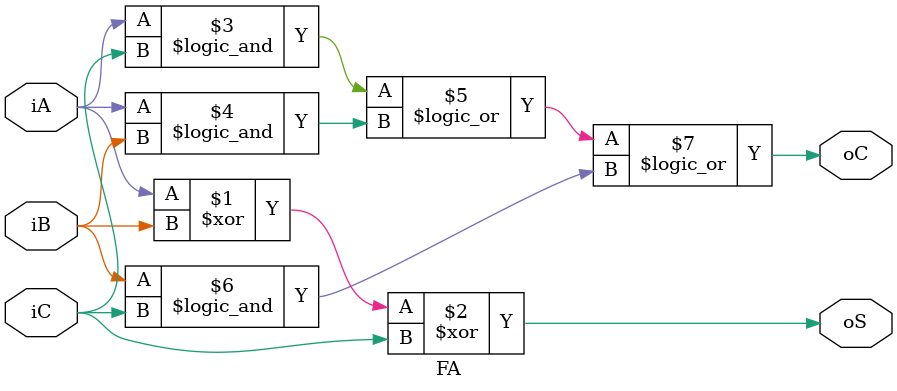
<source format=v>
`timescale 1ns / 1ps


module FA(
    input iA, //1 Î»¶þ½øÖÆ¼ÓÊý
    input iB, //1 Î»¶þ½øÖÆ±»¼ÓÊý
    input iC, //µÍÎ»µÄ½øÎ»ÐÅºÅ
    output oS, //1 Î»ºÍÊý
    output oC //Ïò¸ßÎ»µÄ½øÎ»ÐÅºÅ
    );
    assign oS = iA^iB^iC;
    assign oC = iA&&iC || iA&&iB || iB&&iC;
endmodule

</source>
